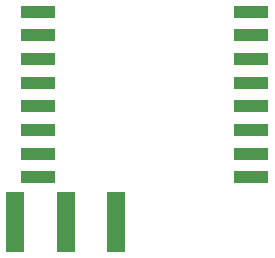
<source format=gbr>
G04 #@! TF.GenerationSoftware,KiCad,Pcbnew,(5.1.5)-3*
G04 #@! TF.CreationDate,2021-05-15T17:54:47+02:00*
G04 #@! TF.ProjectId,Adaptateurs_NiveauxSPI,41646170-7461-4746-9575-72735f4e6976,rev?*
G04 #@! TF.SameCoordinates,Original*
G04 #@! TF.FileFunction,Paste,Bot*
G04 #@! TF.FilePolarity,Positive*
%FSLAX46Y46*%
G04 Gerber Fmt 4.6, Leading zero omitted, Abs format (unit mm)*
G04 Created by KiCad (PCBNEW (5.1.5)-3) date 2021-05-15 17:54:47*
%MOMM*%
%LPD*%
G04 APERTURE LIST*
%ADD10R,3.000000X1.000000*%
%ADD11R,1.500000X5.080000*%
G04 APERTURE END LIST*
D10*
X190280000Y-79405000D03*
X190280000Y-77405000D03*
X190280000Y-75405000D03*
X190280000Y-73405000D03*
X190280000Y-71405000D03*
X190280000Y-69405000D03*
X190280000Y-67405000D03*
X190280000Y-65405000D03*
X208280000Y-65405000D03*
X208280000Y-67405000D03*
X208280000Y-69405000D03*
X208280000Y-71405000D03*
X208280000Y-73405000D03*
X208280000Y-75405000D03*
X208280000Y-77405000D03*
X208280000Y-79405000D03*
D11*
X192600000Y-83185000D03*
X188350000Y-83185000D03*
X196850000Y-83185000D03*
M02*

</source>
